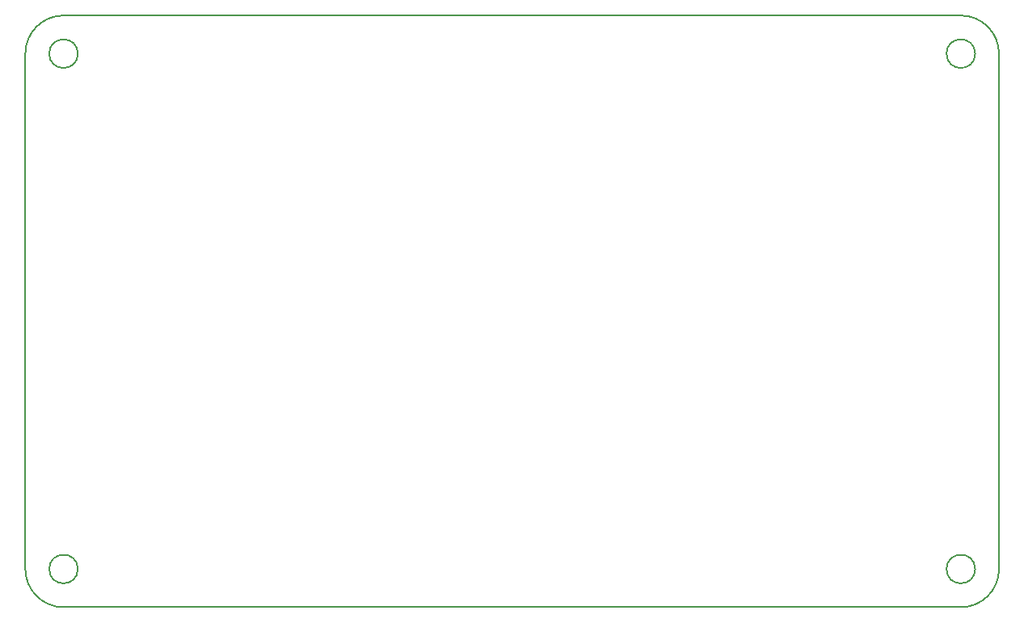
<source format=gbr>
%TF.GenerationSoftware,KiCad,Pcbnew,8.0.8-8.0.8-0~ubuntu22.04.1*%
%TF.CreationDate,2025-03-05T01:13:40-05:00*%
%TF.ProjectId,Electronics V2,456c6563-7472-46f6-9e69-63732056322e,rev?*%
%TF.SameCoordinates,Original*%
%TF.FileFunction,Profile,NP*%
%FSLAX46Y46*%
G04 Gerber Fmt 4.6, Leading zero omitted, Abs format (unit mm)*
G04 Created by KiCad (PCBNEW 8.0.8-8.0.8-0~ubuntu22.04.1) date 2025-03-05 01:13:40*
%MOMM*%
%LPD*%
G01*
G04 APERTURE LIST*
%TA.AperFunction,Profile*%
%ADD10C,0.200000*%
%TD*%
G04 APERTURE END LIST*
D10*
X197000000Y-69000000D02*
G75*
G02*
X201000000Y-73000000I0J-4000000D01*
G01*
X201000000Y-127000000D02*
G75*
G02*
X197000000Y-131000000I-4000000J0D01*
G01*
X103000000Y-131000000D02*
G75*
G02*
X99000000Y-127000000I0J4000000D01*
G01*
X201000000Y-127000000D02*
X201000000Y-73000000D01*
X99000000Y-73000000D02*
G75*
G02*
X103000000Y-69000000I4000000J0D01*
G01*
X198500000Y-73000000D02*
G75*
G02*
X195500000Y-73000000I-1500000J0D01*
G01*
X195500000Y-73000000D02*
G75*
G02*
X198500000Y-73000000I1500000J0D01*
G01*
X198500000Y-127000000D02*
G75*
G02*
X195500000Y-127000000I-1500000J0D01*
G01*
X195500000Y-127000000D02*
G75*
G02*
X198500000Y-127000000I1500000J0D01*
G01*
X197000000Y-131000000D02*
X103000000Y-131000000D01*
X104500000Y-127000000D02*
G75*
G02*
X101500000Y-127000000I-1500000J0D01*
G01*
X101500000Y-127000000D02*
G75*
G02*
X104500000Y-127000000I1500000J0D01*
G01*
X99000000Y-127000000D02*
X99000000Y-73000000D01*
X197000000Y-69000000D02*
X103000000Y-69000000D01*
X104500000Y-73000000D02*
G75*
G02*
X101500000Y-73000000I-1500000J0D01*
G01*
X101500000Y-73000000D02*
G75*
G02*
X104500000Y-73000000I1500000J0D01*
G01*
M02*

</source>
